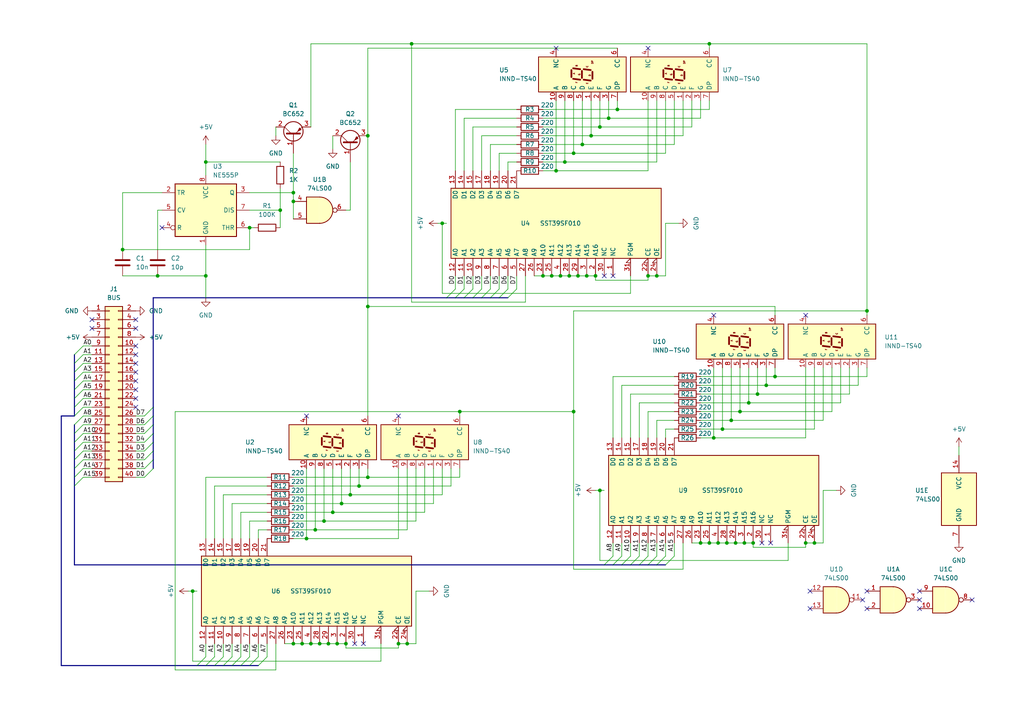
<source format=kicad_sch>
(kicad_sch (version 20211123) (generator eeschema)
  (paper "A4")
  (lib_symbols
    (symbol "74xx:74LS00" (pin_names (offset 1.016))
      (property "Reference" "U" (at 0 1.27 0))
      (property "Value" "74LS00" (at 0 -1.27 0))
      (symbol "74LS00_1_1"
        (pin input line (at -7.62 2.54 0) (length 3.81) (name "~") (number "1"))
        (pin input line (at -7.62 -2.54 0) (length 3.81) (name "~") (number "2"))
        (pin output inverted (at 7.62 0 180) (length 3.81) (name "~") (number "3"))
      )
      (symbol "74LS00_1_2"
        (pin input inverted (at -7.62 2.54 0) (length 4.318) (name "~") (number "1"))
        (pin input inverted (at -7.62 -2.54 0) (length 4.318) (name "~") (number "2"))
        (pin output line (at 7.62 0 180) (length 3.81) (name "~") (number "3"))
      )
      (symbol "74LS00_2_1"
        (pin input line (at -7.62 2.54 0) (length 3.81) (name "~") (number "4"))
        (pin input line (at -7.62 -2.54 0) (length 3.81) (name "~") (number "5"))
        (pin output inverted (at 7.62 0 180) (length 3.81) (name "~") (number "6"))
      )
      (symbol "74LS00_2_2"
        (pin input inverted (at -7.62 2.54 0) (length 4.318) (name "~") (number "4"))
        (pin input inverted (at -7.62 -2.54 0) (length 4.318) (name "~") (number "5"))
        (pin output line (at 7.62 0 180) (length 3.81) (name "~") (number "6"))
      )
      (symbol "74LS00_3_1"
        (pin input line (at -7.62 -2.54 0) (length 3.81) (name "~") (number "10"))
        (pin output inverted (at 7.62 0 180) (length 3.81) (name "~") (number "8"))
        (pin input line (at -7.62 2.54 0) (length 3.81) (name "~") (number "9"))
      )
      (symbol "74LS00_3_2"
        (pin input inverted (at -7.62 -2.54 0) (length 4.318) (name "~") (number "10"))
        (pin output line (at 7.62 0 180) (length 3.81) (name "~") (number "8"))
        (pin input inverted (at -7.62 2.54 0) (length 4.318) (name "~") (number "9"))
      )
      (symbol "74LS00_4_1"
        (pin output inverted (at 7.62 0 180) (length 3.81) (name "~") (number "11"))
        (pin input line (at -7.62 2.54 0) (length 3.81) (name "~") (number "12"))
        (pin input line (at -7.62 -2.54 0) (length 3.81) (name "~") (number "13"))
      )
      (symbol "74LS00_4_2"
        (pin output line (at 7.62 0 180) (length 3.81) (name "~") (number "11"))
        (pin input inverted (at -7.62 2.54 0) (length 4.318) (name "~") (number "12"))
        (pin input inverted (at -7.62 -2.54 0) (length 4.318) (name "~") (number "13"))
      )
      (symbol "74LS00_5_0"
        (pin power_in line (at 0 12.7 270) (length 5.08) (name "VCC") (number "14"))
        (pin power_in line (at 0 -12.7 90) (length 5.08) (name "GND") (number "7"))
      )
    )
    (symbol "Connector_Generic:Conn_02x20_Odd_Even" (pin_names (offset 1.016) hide)
      (property "Reference" "J" (at 1.27 25.4 0))
      (property "Value" "Conn_02x20_Odd_Even" (at 1.27 -27.94 0))
      (symbol "Conn_02x20_Odd_Even_1_1"
        (pin passive line (at -5.08 22.86 0) (length 3.81) (name "Pin_1") (number "1"))
        (pin passive line (at 7.62 12.7 180) (length 3.81) (name "Pin_10") (number "10"))
        (pin passive line (at -5.08 10.16 0) (length 3.81) (name "Pin_11") (number "11"))
        (pin passive line (at 7.62 10.16 180) (length 3.81) (name "Pin_12") (number "12"))
        (pin passive line (at -5.08 7.62 0) (length 3.81) (name "Pin_13") (number "13"))
        (pin passive line (at 7.62 7.62 180) (length 3.81) (name "Pin_14") (number "14"))
        (pin passive line (at -5.08 5.08 0) (length 3.81) (name "Pin_15") (number "15"))
        (pin passive line (at 7.62 5.08 180) (length 3.81) (name "Pin_16") (number "16"))
        (pin passive line (at -5.08 2.54 0) (length 3.81) (name "Pin_17") (number "17"))
        (pin passive line (at 7.62 2.54 180) (length 3.81) (name "Pin_18") (number "18"))
        (pin passive line (at -5.08 0 0) (length 3.81) (name "Pin_19") (number "19"))
        (pin passive line (at 7.62 22.86 180) (length 3.81) (name "Pin_2") (number "2"))
        (pin passive line (at 7.62 0 180) (length 3.81) (name "Pin_20") (number "20"))
        (pin passive line (at -5.08 -2.54 0) (length 3.81) (name "Pin_21") (number "21"))
        (pin passive line (at 7.62 -2.54 180) (length 3.81) (name "Pin_22") (number "22"))
        (pin passive line (at -5.08 -5.08 0) (length 3.81) (name "Pin_23") (number "23"))
        (pin passive line (at 7.62 -5.08 180) (length 3.81) (name "Pin_24") (number "24"))
        (pin passive line (at -5.08 -7.62 0) (length 3.81) (name "Pin_25") (number "25"))
        (pin passive line (at 7.62 -7.62 180) (length 3.81) (name "Pin_26") (number "26"))
        (pin passive line (at -5.08 -10.16 0) (length 3.81) (name "Pin_27") (number "27"))
        (pin passive line (at 7.62 -10.16 180) (length 3.81) (name "Pin_28") (number "28"))
        (pin passive line (at -5.08 -12.7 0) (length 3.81) (name "Pin_29") (number "29"))
        (pin passive line (at -5.08 20.32 0) (length 3.81) (name "Pin_3") (number "3"))
        (pin passive line (at 7.62 -12.7 180) (length 3.81) (name "Pin_30") (number "30"))
        (pin passive line (at -5.08 -15.24 0) (length 3.81) (name "Pin_31") (number "31"))
        (pin passive line (at 7.62 -15.24 180) (length 3.81) (name "Pin_32") (number "32"))
        (pin passive line (at -5.08 -17.78 0) (length 3.81) (name "Pin_33") (number "33"))
        (pin passive line (at 7.62 -17.78 180) (length 3.81) (name "Pin_34") (number "34"))
        (pin passive line (at -5.08 -20.32 0) (length 3.81) (name "Pin_35") (number "35"))
        (pin passive line (at 7.62 -20.32 180) (length 3.81) (name "Pin_36") (number "36"))
        (pin passive line (at -5.08 -22.86 0) (length 3.81) (name "Pin_37") (number "37"))
        (pin passive line (at 7.62 -22.86 180) (length 3.81) (name "Pin_38") (number "38"))
        (pin passive line (at -5.08 -25.4 0) (length 3.81) (name "Pin_39") (number "39"))
        (pin passive line (at 7.62 20.32 180) (length 3.81) (name "Pin_4") (number "4"))
        (pin passive line (at 7.62 -25.4 180) (length 3.81) (name "Pin_40") (number "40"))
        (pin passive line (at -5.08 17.78 0) (length 3.81) (name "Pin_5") (number "5"))
        (pin passive line (at 7.62 17.78 180) (length 3.81) (name "Pin_6") (number "6"))
        (pin passive line (at -5.08 15.24 0) (length 3.81) (name "Pin_7") (number "7"))
        (pin passive line (at 7.62 15.24 180) (length 3.81) (name "Pin_8") (number "8"))
        (pin passive line (at -5.08 12.7 0) (length 3.81) (name "Pin_9") (number "9"))
      )
    )
    (symbol "Device:C" (pin_numbers hide) (pin_names (offset 0.254))
      (property "Reference" "C" (at 0.635 2.54 0))
      (property "Value" "C" (at 0.635 -2.54 0))
      (symbol "C_1_1"
        (pin passive line (at 0 3.81 270) (length 2.794) (name "~") (number "1"))
        (pin passive line (at 0 -3.81 90) (length 2.794) (name "~") (number "2"))
      )
    )
    (symbol "Device:Q_PNP_BCE" (pin_names (offset 0) hide)
      (property "Reference" "Q" (at 5.08 1.27 0))
      (property "Value" "Q_PNP_BCE" (at 5.08 -1.27 0))
      (symbol "Q_PNP_BCE_1_1"
        (pin input line (at -5.08 0 0) (length 5.715) (name "B") (number "1"))
        (pin passive line (at 2.54 5.08 270) (length 2.54) (name "C") (number "2"))
        (pin passive line (at 2.54 -5.08 90) (length 2.54) (name "E") (number "3"))
      )
    )
    (symbol "Device:R" (pin_numbers hide) (pin_names (offset 0))
      (property "Reference" "R" (at 2.032 0 90))
      (property "Value" "R" (at 0 0 90))
      (symbol "R_1_1"
        (pin passive line (at 0 3.81 270) (length 1.27) (name "~") (number "1"))
        (pin passive line (at 0 -3.81 90) (length 1.27) (name "~") (number "2"))
      )
    )
    (symbol "INND-TS40_1"
      (property "Reference" "U8" (at 13.97 1.2701 90))
      (property "Value" "INND-TS40" (at 13.97 -1.2699 90))
      (symbol "INND-TS40_1_1_0"
        (text "A" (at 0.254 2.413 0) (effects (font (size 0.508 0.508))))
        (text "B" (at 2.54 1.651 0) (effects (font (size 0.508 0.508))))
        (text "C" (at 2.286 -1.397 0) (effects (font (size 0.508 0.508))))
        (text "D" (at -0.254 -2.159 0) (effects (font (size 0.508 0.508))))
        (text "DP" (at 3.556 -2.921 0) (effects (font (size 0.508 0.508))))
        (text "E" (at -2.54 -1.397 0) (effects (font (size 0.508 0.508))))
        (text "F" (at -2.286 1.651 0) (effects (font (size 0.508 0.508))))
        (text "G" (at 0 0.889 0) (effects (font (size 0.508 0.508))))
      )
      (symbol "INND-TS40_1_1_1"
        (pin input line (at -7.62 -2.54 0) (length 2.54) (name "E") (number "1"))
        (pin input line (at -7.62 7.62 0) (length 2.54) (name "A") (number "10"))
        (pin input line (at -7.62 -5.08 0) (length 2.54) (name "F") (number "2"))
        (pin input line (at -7.62 -7.62 0) (length 2.54) (name "G") (number "3"))
        (pin input line (at 7.62 7.62 180) (length 2.54) (name "NC") (number "4"))
        (pin input line (at -7.62 0 0) (length 2.54) (name "D") (number "5"))
        (pin input line (at 7.62 -10.16 180) (length 2.54) (name "CC") (number "6"))
        (pin input line (at -7.62 -10.16 0) (length 2.54) (name "DP") (number "7"))
        (pin input line (at -7.62 2.54 0) (length 2.54) (name "C") (number "8"))
        (pin input line (at -7.62 5.08 0) (length 2.54) (name "B") (number "9"))
      )
    )
    (symbol "Memory_Flash:SST39SF010"
      (property "Reference" "U" (at 2.54 33.02 0))
      (property "Value" "SST39SF010" (at 0 -30.48 0))
      (symbol "SST39SF010_0_0"
        (pin power_in line (at 0 -30.48 90) (length 1.27) hide (name "GND") (number "16"))
        (pin power_in line (at 0 33.02 270) (length 1.27) hide (name "VCC") (number "32"))
      )
      (symbol "SST39SF010_1_1"
        (pin input line (at -15.24 -15.24 0) (length 5.08) (name "NC") (number "1"))
        (pin input line (at -15.24 25.4 0) (length 5.08) (name "A2") (number "10"))
        (pin input line (at -15.24 27.94 0) (length 5.08) (name "A1") (number "11"))
        (pin input line (at -15.24 30.48 0) (length 5.08) (name "A0") (number "12"))
        (pin tri_state line (at 15.24 30.48 180) (length 5.08) (name "D0") (number "13"))
        (pin tri_state line (at 15.24 27.94 180) (length 5.08) (name "D1") (number "14"))
        (pin tri_state line (at 15.24 25.4 180) (length 5.08) (name "D2") (number "15"))
        (pin tri_state line (at 15.24 22.86 180) (length 5.08) (name "D3") (number "17"))
        (pin tri_state line (at 15.24 20.32 180) (length 5.08) (name "D4") (number "18"))
        (pin tri_state line (at 15.24 17.78 180) (length 5.08) (name "D5") (number "19"))
        (pin input line (at -15.24 -10.16 0) (length 5.08) (name "A16") (number "2"))
        (pin tri_state line (at 15.24 15.24 180) (length 5.08) (name "D6") (number "20"))
        (pin tri_state line (at 15.24 12.7 180) (length 5.08) (name "D7") (number "21"))
        (pin input input_low (at -15.24 -25.4 0) (length 5.08) (name "CE") (number "22"))
        (pin input line (at -15.24 5.08 0) (length 5.08) (name "A10") (number "23"))
        (pin input input_low (at -15.24 -27.94 0) (length 5.08) (name "OE") (number "24"))
        (pin input line (at -15.24 2.54 0) (length 5.08) (name "A11") (number "25"))
        (pin input line (at -15.24 7.62 0) (length 5.08) (name "A9") (number "26"))
        (pin input line (at -15.24 10.16 0) (length 5.08) (name "A8") (number "27"))
        (pin input line (at -15.24 -2.54 0) (length 5.08) (name "A13") (number "28"))
        (pin input line (at -15.24 -5.08 0) (length 5.08) (name "A14") (number "29"))
        (pin input line (at -15.24 -7.62 0) (length 5.08) (name "A15") (number "3"))
        (pin input line (at -15.24 -12.7 0) (length 5.08) (name "NC") (number "30"))
        (pin input input_low (at -15.24 -20.32 0) (length 5.08) (name "PGM") (number "31"))
        (pin input line (at -15.24 0 0) (length 5.08) (name "A12") (number "4"))
        (pin input line (at -15.24 12.7 0) (length 5.08) (name "A7") (number "5"))
        (pin input line (at -15.24 15.24 0) (length 5.08) (name "A6") (number "6"))
        (pin input line (at -15.24 17.78 0) (length 5.08) (name "A5") (number "7"))
        (pin input line (at -15.24 20.32 0) (length 5.08) (name "A4") (number "8"))
        (pin input line (at -15.24 22.86 0) (length 5.08) (name "A3") (number "9"))
      )
    )
    (symbol "Timer:NE555P"
      (property "Reference" "U" (at -10.16 8.89 0))
      (property "Value" "NE555P" (at 2.54 8.89 0))
      (symbol "NE555P_0_0"
        (pin power_in line (at 0 -10.16 90) (length 2.54) (name "GND") (number "1"))
        (pin power_in line (at 0 10.16 270) (length 2.54) (name "VCC") (number "8"))
      )
      (symbol "NE555P_1_1"
        (pin input line (at -12.7 5.08 0) (length 3.81) (name "TR") (number "2"))
        (pin output line (at 12.7 5.08 180) (length 3.81) (name "Q") (number "3"))
        (pin input inverted (at -12.7 -5.08 0) (length 3.81) (name "R") (number "4"))
        (pin input line (at -12.7 0 0) (length 3.81) (name "CV") (number "5"))
        (pin input line (at 12.7 -5.08 180) (length 3.81) (name "THR") (number "6"))
        (pin input line (at 12.7 0 180) (length 3.81) (name "DIS") (number "7"))
      )
    )
    (symbol "power:+5V" (power) (pin_names (offset 0))
      (property "Value" "+5V" (at 0 3.556 0))
      (symbol "+5V_1_1"
        (pin power_in line (at 0 0 90) (length 0) hide (name "+5V") (number "1"))
      )
    )
    (symbol "power:GND" (power) (pin_names (offset 0))
      (property "Value" "GND" (at 0 -3.81 0))
      (symbol "GND_1_1"
        (pin power_in line (at 0 0 270) (length 0) hide (name "GND") (number "1"))
      )
    )
  )
  (junction (at 104.14 140.97))
  (junction (at 173.99 142.24))
  (junction (at 133.35 119.38))
  (junction (at 35.56 72.39))
  (junction (at 106.68 39.37))
  (junction (at 209.55 124.46))
  (junction (at 59.69 46.99))
  (junction (at 85.09 186.69))
  (junction (at 162.56 80.01))
  (junction (at 219.71 114.3))
  (junction (at 106.68 88.9))
  (junction (at 205.74 157.48))
  (junction (at 210.82 157.48))
  (junction (at 165.1 80.01))
  (junction (at 170.18 80.01))
  (junction (at 215.9 157.48))
  (junction (at 93.98 151.13))
  (junction (at 97.79 186.69))
  (junction (at 166.37 119.38))
  (junction (at 85.09 55.88))
  (junction (at 85.09 58.42))
  (junction (at 214.63 119.38))
  (junction (at 81.28 60.96))
  (junction (at 173.99 36.83))
  (junction (at 88.9 156.21))
  (junction (at 233.68 157.48))
  (junction (at 92.71 186.69))
  (junction (at 218.44 157.48))
  (junction (at 59.69 80.01))
  (junction (at 212.09 121.92))
  (junction (at 251.46 90.17))
  (junction (at 161.29 49.53))
  (junction (at 179.07 31.75))
  (junction (at 176.53 34.29))
  (junction (at 205.74 12.7))
  (junction (at 224.79 109.22))
  (junction (at 95.25 186.69))
  (junction (at 160.02 80.01))
  (junction (at 128.27 64.77))
  (junction (at 187.96 80.01))
  (junction (at 213.36 157.48))
  (junction (at 55.88 171.45))
  (junction (at 163.83 46.99))
  (junction (at 157.48 80.01))
  (junction (at 119.38 12.7))
  (junction (at 118.11 186.69))
  (junction (at 208.28 157.48))
  (junction (at 190.5 80.01))
  (junction (at 168.91 41.91))
  (junction (at 106.68 138.43))
  (junction (at 87.63 186.69))
  (junction (at 101.6 143.51))
  (junction (at 100.33 186.69))
  (junction (at 207.01 127))
  (junction (at 172.72 80.01))
  (junction (at 91.44 153.67))
  (junction (at 166.37 44.45))
  (junction (at 115.57 186.69))
  (junction (at 203.2 157.48))
  (junction (at 90.17 186.69))
  (junction (at 222.25 111.76))
  (junction (at 72.39 66.04))
  (junction (at 236.22 157.48))
  (junction (at 96.52 148.59))
  (junction (at 217.17 116.84))
  (junction (at 99.06 146.05))
  (junction (at 167.64 80.01))
  (junction (at 171.45 39.37))
  (junction (at 45.72 80.01))
  (no_connect (at 105.41 186.69))
  (no_connect (at 175.26 80.01))
  (no_connect (at 177.8 80.01))
  (no_connect (at 220.98 157.48))
  (no_connect (at 39.37 100.33))
  (no_connect (at 39.37 113.03))
  (no_connect (at 26.67 95.25))
  (no_connect (at 26.67 92.71))
  (no_connect (at 39.37 92.71))
  (no_connect (at 39.37 95.25))
  (no_connect (at 39.37 102.87))
  (no_connect (at 39.37 105.41))
  (no_connect (at 39.37 107.95))
  (no_connect (at 39.37 110.49))
  (no_connect (at 39.37 118.11))
  (no_connect (at 39.37 115.57))
  (no_connect (at 251.46 171.45))
  (no_connect (at 251.46 176.53))
  (no_connect (at 266.7 173.99))
  (no_connect (at 207.01 91.44))
  (no_connect (at 88.9 120.65))
  (no_connect (at 115.57 120.65))
  (no_connect (at 234.95 171.45))
  (no_connect (at 234.95 176.53))
  (no_connect (at 266.7 176.53))
  (no_connect (at 266.7 171.45))
  (no_connect (at 102.87 186.69))
  (no_connect (at 223.52 157.48))
  (no_connect (at 46.99 66.04))
  (no_connect (at 187.96 13.97))
  (no_connect (at 161.29 13.97))
  (no_connect (at 250.19 173.99))
  (no_connect (at 281.94 173.99))
  (no_connect (at 233.68 91.44))
  (bus_entry (at 137.16 86.36) (size 2.54 -2.54))
  (bus_entry (at 134.62 86.36) (size 2.54 -2.54))
  (bus_entry (at 129.54 86.36) (size 2.54 -2.54))
  (bus_entry (at 132.08 86.36) (size 2.54 -2.54))
  (bus_entry (at 142.24 86.36) (size 2.54 -2.54))
  (bus_entry (at 139.7 86.36) (size 2.54 -2.54))
  (bus_entry (at 187.96 163.83) (size 2.54 -2.54))
  (bus_entry (at 193.04 163.83) (size 2.54 -2.54))
  (bus_entry (at 72.39 193.04) (size 2.54 -2.54))
  (bus_entry (at 64.77 193.04) (size 2.54 -2.54))
  (bus_entry (at 182.88 163.83) (size 2.54 -2.54))
  (bus_entry (at 21.59 115.57) (size 2.54 -2.54))
  (bus_entry (at 21.59 118.11) (size 2.54 -2.54))
  (bus_entry (at 21.59 120.65) (size 2.54 -2.54))
  (bus_entry (at 21.59 113.03) (size 2.54 -2.54))
  (bus_entry (at 21.59 133.35) (size 2.54 -2.54))
  (bus_entry (at 21.59 130.81) (size 2.54 -2.54))
  (bus_entry (at 21.59 135.89) (size 2.54 -2.54))
  (bus_entry (at 21.59 138.43) (size 2.54 -2.54))
  (bus_entry (at 21.59 123.19) (size 2.54 -2.54))
  (bus_entry (at 21.59 128.27) (size 2.54 -2.54))
  (bus_entry (at 21.59 125.73) (size 2.54 -2.54))
  (bus_entry (at 21.59 102.87) (size 2.54 -2.54))
  (bus_entry (at 21.59 105.41) (size 2.54 -2.54))
  (bus_entry (at 21.59 110.49) (size 2.54 -2.54))
  (bus_entry (at 21.59 107.95) (size 2.54 -2.54))
  (bus_entry (at 41.91 138.43) (size 2.54 -2.54))
  (bus_entry (at 41.91 135.89) (size 2.54 -2.54))
  (bus_entry (at 41.91 123.19) (size 2.54 -2.54))
  (bus_entry (at 41.91 128.27) (size 2.54 -2.54))
  (bus_entry (at 41.91 125.73) (size 2.54 -2.54))
  (bus_entry (at 21.59 140.97) (size 2.54 -2.54))
  (bus_entry (at 41.91 133.35) (size 2.54 -2.54))
  (bus_entry (at 41.91 130.81) (size 2.54 -2.54))
  (bus_entry (at 41.91 120.65) (size 2.54 -2.54))
  (bus_entry (at 177.8 163.83) (size 2.54 -2.54))
  (bus_entry (at 190.5 163.83) (size 2.54 -2.54))
  (bus_entry (at 175.26 163.83) (size 2.54 -2.54))
  (bus_entry (at 59.69 193.04) (size 2.54 -2.54))
  (bus_entry (at 57.15 193.04) (size 2.54 -2.54))
  (bus_entry (at 180.34 163.83) (size 2.54 -2.54))
  (bus_entry (at 74.93 193.04) (size 2.54 -2.54))
  (bus_entry (at 62.23 193.04) (size 2.54 -2.54))
  (bus_entry (at 67.31 193.04) (size 2.54 -2.54))
  (bus_entry (at 185.42 163.83) (size 2.54 -2.54))
  (bus_entry (at 69.85 193.04) (size 2.54 -2.54))
  (bus_entry (at 144.78 86.36) (size 2.54 -2.54))
  (bus_entry (at 147.32 86.36) (size 2.54 -2.54))
  (wire (pts (xy 157.48 49.53) (xy 161.29 49.53)))
  (wire (pts (xy 175.26 142.24) (xy 173.99 142.24)))
  (wire (pts (xy 217.17 116.84) (xy 203.2 116.84)))
  (wire (pts (xy 193.04 80.01) (xy 190.5 80.01)))
  (wire (pts (xy 251.46 90.17) (xy 251.46 91.44)))
  (wire (pts (xy 115.57 186.69) (xy 118.11 186.69)))
  (wire (pts (xy 149.86 39.37) (xy 139.7 39.37)))
  (wire (pts (xy 149.86 80.01) (xy 149.86 83.82)))
  (bus (pts (xy 21.59 113.03) (xy 21.59 115.57)))
  (wire (pts (xy 110.49 186.69) (xy 110.49 191.77)))
  (wire (pts (xy 85.09 151.13) (xy 93.98 151.13)))
  (wire (pts (xy 59.69 80.01) (xy 45.72 80.01)))
  (wire (pts (xy 59.69 71.12) (xy 59.69 80.01)))
  (wire (pts (xy 246.38 114.3) (xy 219.71 114.3)))
  (wire (pts (xy 241.3 119.38) (xy 214.63 119.38)))
  (bus (pts (xy 129.54 86.36) (xy 44.45 86.36)))
  (bus (pts (xy 21.59 138.43) (xy 21.59 140.97)))
  (wire (pts (xy 57.15 171.45) (xy 55.88 171.45)))
  (wire (pts (xy 246.38 106.68) (xy 246.38 114.3)))
  (bus (pts (xy 72.39 193.04) (xy 74.93 193.04)))
  (wire (pts (xy 99.06 146.05) (xy 85.09 146.05)))
  (wire (pts (xy 238.76 142.24) (xy 238.76 157.48)))
  (wire (pts (xy 55.88 191.77) (xy 55.88 171.45)))
  (wire (pts (xy 195.58 114.3) (xy 182.88 114.3)))
  (wire (pts (xy 144.78 80.01) (xy 144.78 83.82)))
  (bus (pts (xy 144.78 86.36) (xy 147.32 86.36)))
  (wire (pts (xy 187.96 80.01) (xy 190.5 80.01)))
  (wire (pts (xy 93.98 151.13) (xy 93.98 135.89)))
  (wire (pts (xy 115.57 186.69) (xy 115.57 187.96)))
  (bus (pts (xy 21.59 125.73) (xy 21.59 128.27)))
  (wire (pts (xy 200.66 157.48) (xy 203.2 157.48)))
  (wire (pts (xy 195.58 29.21) (xy 195.58 41.91)))
  (wire (pts (xy 195.58 124.46) (xy 193.04 124.46)))
  (wire (pts (xy 200.66 36.83) (xy 173.99 36.83)))
  (wire (pts (xy 198.12 39.37) (xy 171.45 39.37)))
  (wire (pts (xy 134.62 34.29) (xy 134.62 49.53)))
  (wire (pts (xy 251.46 106.68) (xy 251.46 109.22)))
  (wire (pts (xy 173.99 142.24) (xy 172.72 142.24)))
  (wire (pts (xy 130.81 135.89) (xy 130.81 140.97)))
  (wire (pts (xy 74.93 153.67) (xy 74.93 156.21)))
  (wire (pts (xy 67.31 186.69) (xy 67.31 190.5)))
  (wire (pts (xy 203.2 34.29) (xy 176.53 34.29)))
  (wire (pts (xy 80.01 194.31) (xy 50.8 194.31)))
  (wire (pts (xy 198.12 165.1) (xy 166.37 165.1)))
  (wire (pts (xy 157.48 31.75) (xy 179.07 31.75)))
  (wire (pts (xy 24.13 115.57) (xy 26.67 115.57)))
  (bus (pts (xy 187.96 163.83) (xy 190.5 163.83)))
  (wire (pts (xy 187.96 119.38) (xy 187.96 127)))
  (wire (pts (xy 55.88 171.45) (xy 54.61 171.45)))
  (wire (pts (xy 203.2 29.21) (xy 203.2 34.29)))
  (wire (pts (xy 133.35 119.38) (xy 166.37 119.38)))
  (wire (pts (xy 149.86 34.29) (xy 134.62 34.29)))
  (wire (pts (xy 125.73 135.89) (xy 125.73 146.05)))
  (bus (pts (xy 180.34 163.83) (xy 182.88 163.83)))
  (wire (pts (xy 241.3 106.68) (xy 241.3 119.38)))
  (wire (pts (xy 180.34 157.48) (xy 180.34 161.29)))
  (wire (pts (xy 85.09 186.69) (xy 87.63 186.69)))
  (wire (pts (xy 88.9 156.21) (xy 88.9 135.89)))
  (wire (pts (xy 82.55 186.69) (xy 85.09 186.69)))
  (bus (pts (xy 44.45 118.11) (xy 44.45 120.65)))
  (wire (pts (xy 24.13 107.95) (xy 26.67 107.95)))
  (wire (pts (xy 106.68 135.89) (xy 106.68 138.43)))
  (wire (pts (xy 190.5 121.92) (xy 190.5 127)))
  (wire (pts (xy 119.38 12.7) (xy 119.38 87.63)))
  (wire (pts (xy 224.79 88.9) (xy 224.79 91.44)))
  (wire (pts (xy 72.39 55.88) (xy 85.09 55.88)))
  (wire (pts (xy 152.4 87.63) (xy 119.38 87.63)))
  (wire (pts (xy 157.48 36.83) (xy 173.99 36.83)))
  (wire (pts (xy 203.2 109.22) (xy 224.79 109.22)))
  (bus (pts (xy 64.77 193.04) (xy 67.31 193.04)))
  (wire (pts (xy 238.76 121.92) (xy 212.09 121.92)))
  (wire (pts (xy 39.37 130.81) (xy 41.91 130.81)))
  (bus (pts (xy 44.45 130.81) (xy 44.45 133.35)))
  (wire (pts (xy 149.86 31.75) (xy 132.08 31.75)))
  (wire (pts (xy 80.01 36.83) (xy 80.01 39.37)))
  (wire (pts (xy 187.96 29.21) (xy 187.96 49.53)))
  (wire (pts (xy 124.46 171.45) (xy 120.65 171.45)))
  (wire (pts (xy 95.25 186.69) (xy 97.79 186.69)))
  (wire (pts (xy 187.96 157.48) (xy 187.96 161.29)))
  (wire (pts (xy 133.35 119.38) (xy 133.35 120.65)))
  (wire (pts (xy 203.2 121.92) (xy 212.09 121.92)))
  (wire (pts (xy 96.52 39.37) (xy 96.52 43.18)))
  (wire (pts (xy 149.86 41.91) (xy 142.24 41.91)))
  (wire (pts (xy 24.13 135.89) (xy 26.67 135.89)))
  (wire (pts (xy 203.2 119.38) (xy 214.63 119.38)))
  (wire (pts (xy 176.53 34.29) (xy 157.48 34.29)))
  (wire (pts (xy 59.69 41.91) (xy 59.69 46.99)))
  (wire (pts (xy 233.68 157.48) (xy 236.22 157.48)))
  (wire (pts (xy 172.72 81.28) (xy 172.72 80.01)))
  (bus (pts (xy 21.59 115.57) (xy 21.59 118.11)))
  (bus (pts (xy 17.78 120.65) (xy 17.78 193.04)))
  (wire (pts (xy 72.39 60.96) (xy 81.28 60.96)))
  (wire (pts (xy 157.48 41.91) (xy 168.91 41.91)))
  (wire (pts (xy 195.58 119.38) (xy 187.96 119.38)))
  (wire (pts (xy 205.74 29.21) (xy 205.74 31.75)))
  (wire (pts (xy 128.27 85.09) (xy 128.27 64.77)))
  (wire (pts (xy 106.68 39.37) (xy 106.68 88.9)))
  (wire (pts (xy 106.68 88.9) (xy 224.79 88.9)))
  (bus (pts (xy 177.8 163.83) (xy 180.34 163.83)))
  (wire (pts (xy 106.68 13.97) (xy 179.07 13.97)))
  (wire (pts (xy 242.57 142.24) (xy 238.76 142.24)))
  (wire (pts (xy 167.64 80.01) (xy 170.18 80.01)))
  (wire (pts (xy 46.99 60.96) (xy 45.72 60.96)))
  (wire (pts (xy 205.74 157.48) (xy 208.28 157.48)))
  (wire (pts (xy 91.44 135.89) (xy 91.44 153.67)))
  (wire (pts (xy 205.74 31.75) (xy 179.07 31.75)))
  (wire (pts (xy 128.27 143.51) (xy 101.6 143.51)))
  (wire (pts (xy 115.57 187.96) (xy 100.33 187.96)))
  (bus (pts (xy 57.15 193.04) (xy 59.69 193.04)))
  (wire (pts (xy 217.17 106.68) (xy 217.17 116.84)))
  (wire (pts (xy 207.01 127) (xy 207.01 106.68)))
  (wire (pts (xy 24.13 113.03) (xy 26.67 113.03)))
  (wire (pts (xy 193.04 124.46) (xy 193.04 127)))
  (wire (pts (xy 101.6 46.99) (xy 101.6 60.96)))
  (wire (pts (xy 190.5 46.99) (xy 163.83 46.99)))
  (wire (pts (xy 80.01 186.69) (xy 80.01 194.31)))
  (bus (pts (xy 21.59 163.83) (xy 175.26 163.83)))
  (wire (pts (xy 45.72 60.96) (xy 45.72 72.39)))
  (wire (pts (xy 24.13 105.41) (xy 26.67 105.41)))
  (wire (pts (xy 154.94 80.01) (xy 157.48 80.01)))
  (wire (pts (xy 87.63 186.69) (xy 90.17 186.69)))
  (wire (pts (xy 144.78 44.45) (xy 144.78 49.53)))
  (bus (pts (xy 44.45 120.65) (xy 44.45 123.19)))
  (wire (pts (xy 228.6 162.56) (xy 173.99 162.56)))
  (wire (pts (xy 99.06 135.89) (xy 99.06 146.05)))
  (wire (pts (xy 185.42 157.48) (xy 185.42 161.29)))
  (wire (pts (xy 120.65 186.69) (xy 118.11 186.69)))
  (wire (pts (xy 24.13 100.33) (xy 26.67 100.33)))
  (wire (pts (xy 187.96 80.01) (xy 187.96 81.28)))
  (wire (pts (xy 81.28 66.04) (xy 81.28 60.96)))
  (wire (pts (xy 50.8 119.38) (xy 133.35 119.38)))
  (wire (pts (xy 203.2 127) (xy 207.01 127)))
  (wire (pts (xy 96.52 148.59) (xy 96.52 135.89)))
  (wire (pts (xy 101.6 143.51) (xy 101.6 135.89)))
  (wire (pts (xy 120.65 151.13) (xy 93.98 151.13)))
  (wire (pts (xy 77.47 143.51) (xy 64.77 143.51)))
  (wire (pts (xy 195.58 111.76) (xy 180.34 111.76)))
  (wire (pts (xy 149.86 46.99) (xy 147.32 46.99)))
  (bus (pts (xy 21.59 102.87) (xy 21.59 105.41)))
  (wire (pts (xy 35.56 72.39) (xy 72.39 72.39)))
  (wire (pts (xy 213.36 157.48) (xy 215.9 157.48)))
  (wire (pts (xy 69.85 186.69) (xy 69.85 190.5)))
  (wire (pts (xy 90.17 186.69) (xy 92.71 186.69)))
  (wire (pts (xy 97.79 186.69) (xy 100.33 186.69)))
  (wire (pts (xy 203.2 157.48) (xy 205.74 157.48)))
  (wire (pts (xy 182.88 80.01) (xy 182.88 85.09)))
  (wire (pts (xy 130.81 140.97) (xy 104.14 140.97)))
  (wire (pts (xy 123.19 148.59) (xy 96.52 148.59)))
  (bus (pts (xy 142.24 86.36) (xy 144.78 86.36)))
  (wire (pts (xy 173.99 36.83) (xy 173.99 29.21)))
  (wire (pts (xy 64.77 186.69) (xy 64.77 190.5)))
  (wire (pts (xy 110.49 191.77) (xy 55.88 191.77)))
  (wire (pts (xy 39.37 133.35) (xy 41.91 133.35)))
  (wire (pts (xy 195.58 41.91) (xy 168.91 41.91)))
  (wire (pts (xy 218.44 158.75) (xy 218.44 157.48)))
  (wire (pts (xy 149.86 44.45) (xy 144.78 44.45)))
  (wire (pts (xy 77.47 148.59) (xy 69.85 148.59)))
  (wire (pts (xy 248.92 106.68) (xy 248.92 111.76)))
  (wire (pts (xy 190.5 29.21) (xy 190.5 46.99)))
  (wire (pts (xy 106.68 13.97) (xy 106.68 39.37)))
  (wire (pts (xy 215.9 157.48) (xy 218.44 157.48)))
  (wire (pts (xy 166.37 90.17) (xy 251.46 90.17)))
  (wire (pts (xy 120.65 171.45) (xy 120.65 186.69)))
  (wire (pts (xy 39.37 138.43) (xy 41.91 138.43)))
  (bus (pts (xy 17.78 193.04) (xy 57.15 193.04)))
  (wire (pts (xy 219.71 114.3) (xy 219.71 106.68)))
  (bus (pts (xy 21.59 130.81) (xy 21.59 133.35)))
  (wire (pts (xy 101.6 60.96) (xy 100.33 60.96)))
  (bus (pts (xy 69.85 193.04) (xy 72.39 193.04)))
  (wire (pts (xy 39.37 135.89) (xy 41.91 135.89)))
  (wire (pts (xy 24.13 110.49) (xy 26.67 110.49)))
  (wire (pts (xy 85.09 148.59) (xy 96.52 148.59)))
  (wire (pts (xy 222.25 111.76) (xy 203.2 111.76)))
  (wire (pts (xy 233.68 157.48) (xy 233.68 158.75)))
  (wire (pts (xy 187.96 49.53) (xy 161.29 49.53)))
  (wire (pts (xy 233.68 127) (xy 207.01 127)))
  (wire (pts (xy 243.84 106.68) (xy 243.84 116.84)))
  (wire (pts (xy 24.13 102.87) (xy 26.67 102.87)))
  (wire (pts (xy 24.13 133.35) (xy 26.67 133.35)))
  (wire (pts (xy 142.24 41.91) (xy 142.24 49.53)))
  (bus (pts (xy 67.31 193.04) (xy 69.85 193.04)))
  (wire (pts (xy 228.6 157.48) (xy 228.6 162.56)))
  (wire (pts (xy 165.1 80.01) (xy 167.64 80.01)))
  (bus (pts (xy 21.59 140.97) (xy 21.59 163.83)))
  (bus (pts (xy 21.59 107.95) (xy 21.59 110.49)))
  (wire (pts (xy 91.44 153.67) (xy 85.09 153.67)))
  (wire (pts (xy 104.14 140.97) (xy 85.09 140.97)))
  (wire (pts (xy 62.23 186.69) (xy 62.23 190.5)))
  (wire (pts (xy 163.83 29.21) (xy 163.83 46.99)))
  (bus (pts (xy 59.69 193.04) (xy 62.23 193.04)))
  (wire (pts (xy 182.88 114.3) (xy 182.88 127)))
  (wire (pts (xy 77.47 146.05) (xy 67.31 146.05)))
  (wire (pts (xy 77.47 138.43) (xy 59.69 138.43)))
  (wire (pts (xy 77.47 151.13) (xy 72.39 151.13)))
  (wire (pts (xy 115.57 135.89) (xy 115.57 156.21)))
  (wire (pts (xy 137.16 80.01) (xy 137.16 83.82)))
  (wire (pts (xy 85.09 143.51) (xy 101.6 143.51)))
  (wire (pts (xy 118.11 135.89) (xy 118.11 153.67)))
  (wire (pts (xy 85.09 156.21) (xy 88.9 156.21)))
  (wire (pts (xy 24.13 128.27) (xy 26.67 128.27)))
  (wire (pts (xy 198.12 157.48) (xy 198.12 165.1)))
  (wire (pts (xy 128.27 64.77) (xy 127 64.77)))
  (wire (pts (xy 198.12 29.21) (xy 198.12 39.37)))
  (wire (pts (xy 233.68 158.75) (xy 218.44 158.75)))
  (wire (pts (xy 193.04 157.48) (xy 193.04 161.29)))
  (bus (pts (xy 21.59 135.89) (xy 21.59 138.43)))
  (wire (pts (xy 203.2 114.3) (xy 219.71 114.3)))
  (wire (pts (xy 59.69 138.43) (xy 59.69 156.21)))
  (wire (pts (xy 190.5 157.48) (xy 190.5 161.29)))
  (wire (pts (xy 243.84 116.84) (xy 217.17 116.84)))
  (bus (pts (xy 44.45 125.73) (xy 44.45 128.27)))
  (wire (pts (xy 236.22 106.68) (xy 236.22 124.46)))
  (wire (pts (xy 171.45 29.21) (xy 171.45 39.37)))
  (wire (pts (xy 142.24 80.01) (xy 142.24 83.82)))
  (wire (pts (xy 238.76 106.68) (xy 238.76 121.92)))
  (wire (pts (xy 222.25 106.68) (xy 222.25 111.76)))
  (wire (pts (xy 157.48 44.45) (xy 166.37 44.45)))
  (wire (pts (xy 128.27 135.89) (xy 128.27 143.51)))
  (wire (pts (xy 161.29 49.53) (xy 161.29 29.21)))
  (wire (pts (xy 100.33 187.96) (xy 100.33 186.69)))
  (wire (pts (xy 187.96 81.28) (xy 172.72 81.28)))
  (wire (pts (xy 85.09 44.45) (xy 85.09 55.88)))
  (wire (pts (xy 92.71 186.69) (xy 95.25 186.69)))
  (bus (pts (xy 21.59 123.19) (xy 21.59 125.73)))
  (bus (pts (xy 139.7 86.36) (xy 142.24 86.36)))
  (wire (pts (xy 182.88 157.48) (xy 182.88 161.29)))
  (wire (pts (xy 139.7 80.01) (xy 139.7 83.82)))
  (wire (pts (xy 196.85 64.77) (xy 193.04 64.77)))
  (bus (pts (xy 44.45 128.27) (xy 44.45 130.81)))
  (wire (pts (xy 193.04 64.77) (xy 193.04 80.01)))
  (wire (pts (xy 193.04 29.21) (xy 193.04 44.45)))
  (wire (pts (xy 129.54 64.77) (xy 128.27 64.77)))
  (wire (pts (xy 85.09 55.88) (xy 85.09 58.42)))
  (wire (pts (xy 59.69 46.99) (xy 81.28 46.99)))
  (wire (pts (xy 170.18 80.01) (xy 172.72 80.01)))
  (wire (pts (xy 214.63 119.38) (xy 214.63 106.68)))
  (wire (pts (xy 24.13 125.73) (xy 26.67 125.73)))
  (wire (pts (xy 251.46 109.22) (xy 224.79 109.22)))
  (wire (pts (xy 209.55 124.46) (xy 203.2 124.46)))
  (wire (pts (xy 77.47 186.69) (xy 77.47 190.5)))
  (bus (pts (xy 175.26 163.83) (xy 177.8 163.83)))
  (wire (pts (xy 149.86 36.83) (xy 137.16 36.83)))
  (wire (pts (xy 173.99 162.56) (xy 173.99 142.24)))
  (bus (pts (xy 44.45 133.35) (xy 44.45 135.89)))
  (wire (pts (xy 233.68 106.68) (xy 233.68 127)))
  (wire (pts (xy 119.38 12.7) (xy 205.74 12.7)))
  (wire (pts (xy 137.16 36.83) (xy 137.16 49.53)))
  (bus (pts (xy 132.08 86.36) (xy 134.62 86.36)))
  (wire (pts (xy 118.11 153.67) (xy 91.44 153.67)))
  (wire (pts (xy 72.39 186.69) (xy 72.39 190.5)))
  (wire (pts (xy 35.56 55.88) (xy 35.56 72.39)))
  (wire (pts (xy 81.28 54.61) (xy 81.28 60.96)))
  (wire (pts (xy 171.45 39.37) (xy 157.48 39.37)))
  (wire (pts (xy 24.13 118.11) (xy 26.67 118.11)))
  (wire (pts (xy 72.39 66.04) (xy 73.66 66.04)))
  (wire (pts (xy 195.58 109.22) (xy 177.8 109.22)))
  (wire (pts (xy 208.28 157.48) (xy 210.82 157.48)))
  (wire (pts (xy 90.17 12.7) (xy 119.38 12.7)))
  (wire (pts (xy 210.82 157.48) (xy 213.36 157.48)))
  (bus (pts (xy 129.54 86.36) (xy 132.08 86.36)))
  (wire (pts (xy 139.7 39.37) (xy 139.7 49.53)))
  (wire (pts (xy 125.73 146.05) (xy 99.06 146.05)))
  (wire (pts (xy 163.83 46.99) (xy 157.48 46.99)))
  (wire (pts (xy 238.76 157.48) (xy 236.22 157.48)))
  (wire (pts (xy 59.69 186.69) (xy 59.69 190.5)))
  (bus (pts (xy 21.59 105.41) (xy 21.59 107.95)))
  (wire (pts (xy 50.8 119.38) (xy 50.8 194.31)))
  (bus (pts (xy 185.42 163.83) (xy 187.96 163.83)))
  (wire (pts (xy 24.13 138.43) (xy 26.67 138.43)))
  (wire (pts (xy 236.22 124.46) (xy 209.55 124.46)))
  (wire (pts (xy 62.23 140.97) (xy 62.23 156.21)))
  (bus (pts (xy 190.5 163.83) (xy 193.04 163.83)))
  (wire (pts (xy 69.85 148.59) (xy 69.85 156.21)))
  (wire (pts (xy 39.37 128.27) (xy 41.91 128.27)))
  (wire (pts (xy 39.37 120.65) (xy 41.91 120.65)))
  (wire (pts (xy 85.09 58.42) (xy 85.09 63.5)))
  (bus (pts (xy 21.59 120.65) (xy 17.78 120.65)))
  (wire (pts (xy 104.14 135.89) (xy 104.14 140.97)))
  (wire (pts (xy 179.07 29.21) (xy 179.07 31.75)))
  (wire (pts (xy 209.55 106.68) (xy 209.55 124.46)))
  (wire (pts (xy 195.58 121.92) (xy 190.5 121.92)))
  (wire (pts (xy 134.62 80.01) (xy 134.62 83.82)))
  (bus (pts (xy 134.62 86.36) (xy 137.16 86.36)))
  (wire (pts (xy 67.31 146.05) (xy 67.31 156.21)))
  (wire (pts (xy 106.68 120.65) (xy 106.68 88.9)))
  (wire (pts (xy 200.66 29.21) (xy 200.66 36.83)))
  (wire (pts (xy 193.04 44.45) (xy 166.37 44.45)))
  (bus (pts (xy 182.88 163.83) (xy 185.42 163.83)))
  (wire (pts (xy 59.69 46.99) (xy 59.69 50.8)))
  (wire (pts (xy 176.53 29.21) (xy 176.53 34.29)))
  (wire (pts (xy 177.8 157.48) (xy 177.8 161.29)))
  (wire (pts (xy 64.77 143.51) (xy 64.77 156.21)))
  (wire (pts (xy 157.48 80.01) (xy 160.02 80.01)))
  (wire (pts (xy 248.92 111.76) (xy 222.25 111.76)))
  (wire (pts (xy 185.42 116.84) (xy 185.42 127)))
  (bus (pts (xy 44.45 86.36) (xy 44.45 118.11)))
  (wire (pts (xy 35.56 80.01) (xy 45.72 80.01)))
  (wire (pts (xy 195.58 116.84) (xy 185.42 116.84)))
  (wire (pts (xy 39.37 125.73) (xy 41.91 125.73)))
  (wire (pts (xy 24.13 123.19) (xy 26.67 123.19)))
  (wire (pts (xy 59.69 80.01) (xy 59.69 86.36)))
  (wire (pts (xy 133.35 135.89) (xy 133.35 138.43)))
  (wire (pts (xy 168.91 41.91) (xy 168.91 29.21)))
  (wire (pts (xy 166.37 44.45) (xy 166.37 29.21)))
  (wire (pts (xy 224.79 106.68) (xy 224.79 109.22)))
  (wire (pts (xy 39.37 123.19) (xy 41.91 123.19)))
  (wire (pts (xy 166.37 119.38) (xy 166.37 90.17)))
  (wire (pts (xy 177.8 109.22) (xy 177.8 127)))
  (wire (pts (xy 205.74 12.7) (xy 251.46 12.7)))
  (wire (pts (xy 77.47 140.97) (xy 62.23 140.97)))
  (bus (pts (xy 21.59 128.27) (xy 21.59 130.81)))
  (bus (pts (xy 44.45 123.19) (xy 44.45 125.73)))
  (wire (pts (xy 160.02 80.01) (xy 162.56 80.01)))
  (wire (pts (xy 182.88 85.09) (xy 128.27 85.09)))
  (bus (pts (xy 62.23 193.04) (xy 64.77 193.04)))
  (wire (pts (xy 212.09 121.92) (xy 212.09 106.68)))
  (wire (pts (xy 90.17 12.7) (xy 90.17 36.83)))
  (bus (pts (xy 137.16 86.36) (xy 139.7 86.36)))
  (wire (pts (xy 46.99 55.88) (xy 35.56 55.88)))
  (wire (pts (xy 180.34 111.76) (xy 180.34 127)))
  (wire (pts (xy 24.13 130.81) (xy 26.67 130.81)))
  (wire (pts (xy 72.39 151.13) (xy 72.39 156.21)))
  (wire (pts (xy 132.08 31.75) (xy 132.08 49.53)))
  (wire (pts (xy 85.09 138.43) (xy 106.68 138.43)))
  (wire (pts (xy 72.39 72.39) (xy 72.39 66.04)))
  (wire (pts (xy 162.56 80.01) (xy 165.1 80.01)))
  (wire (pts (xy 123.19 135.89) (xy 123.19 148.59)))
  (wire (pts (xy 74.93 186.69) (xy 74.93 190.5)))
  (bus (pts (xy 21.59 118.11) (xy 21.59 120.65)))
  (wire (pts (xy 251.46 12.7) (xy 251.46 90.17)))
  (wire (pts (xy 147.32 46.99) (xy 147.32 49.53)))
  (wire (pts (xy 278.13 129.54) (xy 278.13 132.08)))
  (wire (pts (xy 77.47 153.67) (xy 74.93 153.67)))
  (wire (pts (xy 152.4 80.01) (xy 152.4 87.63)))
  (wire (pts (xy 133.35 138.43) (xy 106.68 138.43)))
  (wire (pts (xy 115.57 156.21) (xy 88.9 156.21)))
  (bus (pts (xy 21.59 133.35) (xy 21.59 135.89)))
  (bus (pts (xy 21.59 110.49) (xy 21.59 113.03)))
  (wire (pts (xy 205.74 12.7) (xy 205.74 13.97)))
  (wire (pts (xy 166.37 119.38) (xy 166.37 165.1)))
  (wire (pts (xy 120.65 135.89) (xy 120.65 151.13)))
  (wire (pts (xy 24.13 120.65) (xy 26.67 120.65)))
  (wire (pts (xy 147.32 80.01) (xy 147.32 83.82)))
  (wire (pts (xy 132.08 80.01) (xy 132.08 83.82)))
  (wire (pts (xy 195.58 157.48) (xy 195.58 161.29)))
  (label "A1" (at 62.23 189.23 90))
  (label "A6" (at 74.93 189.23 90))
  (label "A4" (at 69.85 189.23 90))
  (label "D6" (at 147.32 82.55 90))
  (label "A0" (at 59.69 189.23 90))
  (label "A0" (at 24.13 100.33 0))
  (label "A9" (at 180.34 160.02 90))
  (label "A8" (at 24.13 120.65 0))
  (label "D7" (at 149.86 82.55 90))
  (label "D6" (at 39.37 123.19 0))
  (label "A13" (at 190.5 160.02 90))
  (label "A1" (at 24.13 102.87 0))
  (label "A10" (at 24.13 125.73 0))
  (label "D4" (at 142.24 82.55 90))
  (label "A2" (at 64.77 189.23 90))
  (label "A7" (at 77.47 189.23 90))
  (label "A11" (at 185.42 160.02 90))
  (label "D2" (at 39.37 133.35 0))
  (label "D3" (at 139.7 82.55 90))
  (label "D5" (at 39.37 125.73 0))
  (label "A10" (at 182.88 160.02 90))
  (label "A5" (at 72.39 189.23 90))
  (label "A7" (at 24.13 118.11 0))
  (label "D2" (at 137.16 82.55 90))
  (label "A2" (at 24.13 105.41 0))
  (label "D3" (at 39.37 130.81 0))
  (label "A8" (at 177.8 160.02 90))
  (label "D0" (at 39.37 138.43 0))
  (label "A15" (at 24.13 138.43 0))
  (label "D7" (at 39.37 120.65 0))
  (label "D5" (at 144.78 82.55 90))
  (label "A3" (at 67.31 189.23 90))
  (label "A3" (at 24.13 107.95 0))
  (label "A14" (at 24.13 135.89 0))
  (label "D1" (at 39.37 135.89 0))
  (label "A4" (at 24.13 110.49 0))
  (label "A12" (at 187.96 160.02 90))
  (label "A11" (at 24.13 128.27 0))
  (label "D0" (at 132.08 82.55 90))
  (label "D1" (at 134.62 82.55 90))
  (label "A13" (at 24.13 133.35 0))
  (label "A9" (at 24.13 123.19 0))
  (label "A12" (at 24.13 130.81 0))
  (label "A5" (at 24.13 113.03 0))
  (label "A14" (at 193.04 160.02 90))
  (label "D4" (at 39.37 128.27 0))
  (label "A6" (at 24.13 115.57 0))
  (label "A15" (at 195.58 160.02 90))
  (symbol (lib_id "Device:R") (at 81.28 140.97 90) (unit 1)
    (property "Reference" "R12" (at 81.28 140.97 90))
    (property "Value" "220" (at 86.36 139.7 90))
    (property "Footprint" "Resistor_THT:R_Axial_DIN0204_L3.6mm_D1.6mm_P2.54mm_Vertical" (effects hide))
  )
  (symbol (lib_id "Device:R") (at 77.47 66.04 270) (unit 1)
    (property "Reference" "R1" (at 77.47 59.69 90))
    (property "Value" "100K" (at 77.47 62.23 90))
    (property "Footprint" "Resistor_THT:R_Axial_DIN0204_L3.6mm_D1.6mm_P2.54mm_Vertical" (effects hide))
  )
  (symbol (lib_id "Device:R") (at 199.39 111.76 90) (unit 1)
    (property "Reference" "R20" (at 199.39 111.76 90))
    (property "Value" "220" (at 204.47 110.49 90))
    (property "Footprint" "Resistor_THT:R_Axial_DIN0204_L3.6mm_D1.6mm_P2.54mm_Vertical" (effects hide))
  )
  (symbol (lib_id "power:GND") (at 124.46 171.45 90) (unit 1)
    (property "Reference" "#PWR0114" (effects hide))
    (property "Value" "GND" (at 129.54 171.45 0))
  )
  (symbol (lib_id "power:GND") (at 80.01 39.37 0) (unit 1)
    (property "Reference" "#PWR01" (effects hide))
    (property "Value" "GND" (at 80.01 44.45 0))
  )
  (symbol (lib_id "Device:R") (at 199.39 114.3 90) (unit 1)
    (property "Reference" "R21" (at 199.39 114.3 90))
    (property "Value" "220" (at 204.47 113.03 90))
    (property "Footprint" "Resistor_THT:R_Axial_DIN0204_L3.6mm_D1.6mm_P2.54mm_Vertical" (effects hide))
  )
  (symbol (lib_id "74xx:74LS00") (at 278.13 144.78 0) (unit 5)
    (property "Reference" "U1" (at 265.43 142.24 0) (effects (justify left)))
    (property "Value" "74LS00" (at 265.43 144.78 0) (effects (justify left)))
    (property "Footprint" "Package_DIP:DIP-14_W7.62mm" (effects hide))
    (property "Datasheet" "http://www.ti.com/lit/gpn/sn74ls00" (effects hide))
  )
  (symbol (lib_id "power:+5V") (at 127 64.77 90) (unit 1)
    (property "Reference" "#PWR0105" (effects hide))
    (property "Value" "+5V" (at 121.92 64.77 0))
  )
  (symbol (lib_id "74xx:74LS00") (at 259.08 173.99 0) (unit 1)
    (property "Reference" "U1" (at 259.08 165.1 0))
    (property "Value" "74LS00" (at 259.08 167.64 0))
    (property "Footprint" "Package_DIP:DIP-14_W7.62mm" (effects hide))
    (property "Datasheet" "http://www.ti.com/lit/gpn/sn74ls00" (effects hide))
  )
  (symbol (lib_id "Device:R") (at 153.67 46.99 90) (unit 1)
    (property "Reference" "R9" (at 153.67 46.99 90))
    (property "Value" "220" (at 158.75 45.72 90))
    (property "Footprint" "Resistor_THT:R_Axial_DIN0204_L3.6mm_D1.6mm_P2.54mm_Vertical" (effects hide))
  )
  (symbol (lib_id "Device:R") (at 199.39 124.46 90) (unit 1)
    (property "Reference" "R25" (at 199.39 124.46 90))
    (property "Value" "220" (at 204.47 123.19 90))
    (property "Footprint" "Resistor_THT:R_Axial_DIN0204_L3.6mm_D1.6mm_P2.54mm_Vertical" (effects hide))
  )
  (symbol (lib_id "Device:R") (at 153.67 34.29 90) (unit 1)
    (property "Reference" "R4" (at 153.67 34.29 90))
    (property "Value" "220" (at 158.75 33.02 90))
    (property "Footprint" "Resistor_THT:R_Axial_DIN0204_L3.6mm_D1.6mm_P2.54mm_Vertical" (effects hide))
  )
  (symbol (lib_id "Device:R") (at 153.67 36.83 90) (unit 1)
    (property "Reference" "R5" (at 153.67 36.83 90))
    (property "Value" "220" (at 158.75 35.56 90))
    (property "Footprint" "Resistor_THT:R_Axial_DIN0204_L3.6mm_D1.6mm_P2.54mm_Vertical" (effects hide))
  )
  (symbol (lib_id "power:GND") (at 59.69 86.36 0) (unit 1)
    (property "Reference" "#PWR0102" (effects hide))
    (property "Value" "GND" (at 59.69 91.44 0))
  )
  (symbol (lib_id "Device:R") (at 153.67 49.53 90) (unit 1)
    (property "Reference" "R10" (at 153.67 49.53 90))
    (property "Value" "220" (at 158.75 48.26 90))
    (property "Footprint" "Resistor_THT:R_Axial_DIN0204_L3.6mm_D1.6mm_P2.54mm_Vertical" (effects hide))
  )
  (symbol (lib_name "INND-TS40_1") (lib_id "New_Library:INND-TS40") (at 241.3 99.06 90) (unit 1)
    (property "Reference" "U11" (at 256.54 97.79 90) (effects (justify right)))
    (property "Value" "INND-TS40" (at 256.54 100.33 90) (effects (justify right)))
    (property "Footprint" "Library:INND-TS40" (effects hide))
  )
  (symbol (lib_id "Device:R") (at 81.28 156.21 90) (unit 1)
    (property "Reference" "R18" (at 81.28 156.21 90))
    (property "Value" "220" (at 86.36 154.94 90))
    (property "Footprint" "Resistor_THT:R_Axial_DIN0204_L3.6mm_D1.6mm_P2.54mm_Vertical" (effects hide))
  )
  (symbol (lib_id "74xx:74LS00") (at 92.71 60.96 0) (unit 2)
    (property "Reference" "U1" (at 92.71 52.07 0))
    (property "Value" "74LS00" (at 92.71 54.61 0))
    (property "Footprint" "Package_DIP:DIP-14_W7.62mm" (effects hide))
    (property "Datasheet" "http://www.ti.com/lit/gpn/sn74ls00" (effects hide))
  )
  (symbol (lib_id "power:GND") (at 26.67 90.17 270) (unit 1)
    (property "Reference" "#PWR0108" (effects hide))
    (property "Value" "GND" (at 22.86 90.1699 90) (effects (justify right)))
  )
  (symbol (lib_id "Memory_Flash:SST39SF010") (at 208.28 142.24 90) (unit 1)
    (property "Reference" "U9" (at 198.12 142.24 90))
    (property "Value" "SST39SF010" (at 209.55 142.24 90))
    (property "Footprint" "Package_DIP:DIP-32_W15.24mm" (effects hide))
    (property "Datasheet" "http://ww1.microchip.com/downloads/en/DeviceDoc/25022B.pdf" (effects hide))
  )
  (symbol (lib_name "INND-TS40_1") (lib_id "New_Library:INND-TS40") (at 96.52 128.27 90) (unit 1)
    (property "Reference" "U2" (at 71.12 128.27 90) (effects (justify right)))
    (property "Value" "INND-TS40" (at 71.12 130.81 90) (effects (justify right)))
    (property "Footprint" "Library:INND-TS40" (effects hide))
  )
  (symbol (lib_id "Device:R") (at 199.39 121.92 90) (unit 1)
    (property "Reference" "R24" (at 199.39 121.92 90))
    (property "Value" "220" (at 204.47 120.65 90))
    (property "Footprint" "Resistor_THT:R_Axial_DIN0204_L3.6mm_D1.6mm_P2.54mm_Vertical" (effects hide))
  )
  (symbol (lib_name "INND-TS40_1") (lib_id "New_Library:INND-TS40") (at 195.58 21.59 90) (unit 1)
    (property "Reference" "U7" (at 209.55 20.32 90) (effects (justify right)))
    (property "Value" "INND-TS40" (at 209.55 22.86 90) (effects (justify right)))
    (property "Footprint" "Library:INND-TS40" (effects hide))
  )
  (symbol (lib_id "Device:R") (at 199.39 127 90) (unit 1)
    (property "Reference" "R26" (at 199.39 127 90))
    (property "Value" "220" (at 204.47 125.73 90))
    (property "Footprint" "Resistor_THT:R_Axial_DIN0204_L3.6mm_D1.6mm_P2.54mm_Vertical" (effects hide))
  )
  (symbol (lib_id "Device:R") (at 153.67 39.37 90) (unit 1)
    (property "Reference" "R6" (at 153.67 39.37 90))
    (property "Value" "220" (at 158.75 38.1 90))
    (property "Footprint" "Resistor_THT:R_Axial_DIN0204_L3.6mm_D1.6mm_P2.54mm_Vertical" (effects hide))
  )
  (symbol (lib_id "Device:R") (at 199.39 119.38 90) (unit 1)
    (property "Reference" "R23" (at 199.39 119.38 90))
    (property "Value" "220" (at 204.47 118.11 90))
    (property "Footprint" "Resistor_THT:R_Axial_DIN0204_L3.6mm_D1.6mm_P2.54mm_Vertical" (effects hide))
  )
  (symbol (lib_id "74xx:74LS00") (at 274.32 173.99 0) (unit 3)
    (property "Reference" "U1" (at 274.32 165.1 0))
    (property "Value" "74LS00" (at 274.32 167.64 0))
    (property "Footprint" "Package_DIP:DIP-14_W7.62mm" (effects hide))
    (property "Datasheet" "http://www.ti.com/lit/gpn/sn74ls00" (effects hide))
  )
  (symbol (lib_id "Device:R") (at 81.28 50.8 0) (unit 1)
    (property "Reference" "R2" (at 83.82 49.5299 0) (effects (justify left)))
    (property "Value" "1K" (at 83.82 52.0699 0) (effects (justify left)))
    (property "Footprint" "Resistor_THT:R_Axial_DIN0204_L3.6mm_D1.6mm_P2.54mm_Vertical" (effects hide))
  )
  (symbol (lib_id "power:+5V") (at 26.67 97.79 90) (unit 1)
    (property "Reference" "#PWR0107" (effects hide))
    (property "Value" "+5V" (at 19.05 97.79 90) (effects (justify right)))
  )
  (symbol (lib_name "INND-TS40_1") (lib_id "New_Library:INND-TS40") (at 123.19 128.27 90) (unit 1)
    (property "Reference" "U8" (at 137.16 128.27 90) (effects (justify right)))
    (property "Value" "INND-TS40" (at 137.16 130.81 90) (effects (justify right)))
    (property "Footprint" "Library:INND-TS40" (effects hide))
  )
  (symbol (lib_name "INND-TS40_1") (lib_id "New_Library:INND-TS40") (at 168.91 21.59 90) (unit 1)
    (property "Reference" "U5" (at 144.78 20.32 90) (effects (justify right)))
    (property "Value" "INND-TS40" (at 144.78 22.86 90) (effects (justify right)))
    (property "Footprint" "Library:INND-TS40" (effects hide))
  )
  (symbol (lib_id "power:+5V") (at 59.69 41.91 0) (unit 1)
    (property "Reference" "#PWR0101" (effects hide))
    (property "Value" "+5V" (at 59.69 36.83 0))
  )
  (symbol (lib_id "power:GND") (at 196.85 64.77 90) (unit 1)
    (property "Reference" "#PWR0106" (effects hide))
    (property "Value" "GND" (at 201.93 64.77 0))
  )
  (symbol (lib_id "power:+5V") (at 39.37 97.79 270) (unit 1)
    (property "Reference" "#PWR0109" (effects hide))
    (property "Value" "+5V" (at 43.18 97.7899 90) (effects (justify left)))
  )
  (symbol (lib_id "Device:C") (at 35.56 76.2 0) (unit 1)
    (property "Reference" "C1" (at 39.37 74.9299 0) (effects (justify left)))
    (property "Value" "10n" (at 39.37 77.4699 0) (effects (justify left)))
    (property "Footprint" "Capacitor_THT:CP_Radial_Tantal_D4.5mm_P2.50mm" (effects hide))
  )
  (symbol (lib_id "power:+5V") (at 278.13 129.54 0) (unit 1)
    (property "Reference" "#PWR0103" (effects hide))
    (property "Value" "+5V" (at 278.13 124.46 0))
  )
  (symbol (lib_id "Device:Q_PNP_BCE") (at 85.09 39.37 90) (unit 1)
    (property "Reference" "Q1" (at 85.09 30.48 90))
    (property "Value" "BC652" (at 85.09 33.02 90))
  )
  (symbol (lib_id "Device:R") (at 81.28 153.67 90) (unit 1)
    (property "Reference" "R17" (at 81.28 153.67 90))
    (property "Value" "220" (at 86.36 152.4 90))
    (property "Footprint" "Resistor_THT:R_Axial_DIN0204_L3.6mm_D1.6mm_P2.54mm_Vertical" (effects hide))
  )
  (symbol (lib_id "Device:R") (at 81.28 151.13 90) (unit 1)
    (property "Reference" "R16" (at 81.28 151.13 90))
    (property "Value" "220" (at 86.36 149.86 90))
    (property "Footprint" "Resistor_THT:R_Axial_DIN0204_L3.6mm_D1.6mm_P2.54mm_Vertical" (effects hide))
  )
  (symbol (lib_id "Device:Q_PNP_BCE") (at 101.6 41.91 90) (unit 1)
    (property "Reference" "Q2" (at 101.6 33.02 90))
    (property "Value" "BC652" (at 101.6 35.56 90))
  )
  (symbol (lib_name "INND-TS40_1") (lib_id "New_Library:INND-TS40") (at 214.63 99.06 90) (unit 1)
    (property "Reference" "U10" (at 189.23 99.06 90) (effects (justify right)))
    (property "Value" "INND-TS40" (at 189.23 101.6 90) (effects (justify right)))
    (property "Footprint" "Library:INND-TS40" (effects hide))
  )
  (symbol (lib_id "power:GND") (at 278.13 157.48 0) (unit 1)
    (property "Reference" "#PWR0104" (effects hide))
    (property "Value" "GND" (at 278.13 162.56 0))
  )
  (symbol (lib_id "Device:R") (at 153.67 31.75 90) (unit 1)
    (property "Reference" "R3" (at 153.67 31.75 90))
    (property "Value" "220" (at 158.75 30.48 90))
    (property "Footprint" "Resistor_THT:R_Axial_DIN0204_L3.6mm_D1.6mm_P2.54mm_Vertical" (effects hide))
  )
  (symbol (lib_id "Device:R") (at 153.67 44.45 90) (unit 1)
    (property "Reference" "R8" (at 153.67 44.45 90))
    (property "Value" "220" (at 158.75 43.18 90))
    (property "Footprint" "Resistor_THT:R_Axial_DIN0204_L3.6mm_D1.6mm_P2.54mm_Vertical" (effects hide))
  )
  (symbol (lib_id "74xx:74LS00") (at 242.57 173.99 0) (unit 4)
    (property "Reference" "U1" (at 242.57 165.1 0))
    (property "Value" "74LS00" (at 242.57 167.64 0))
    (property "Footprint" "Package_DIP:DIP-14_W7.62mm" (effects hide))
    (property "Datasheet" "http://www.ti.com/lit/gpn/sn74ls00" (effects hide))
  )
  (symbol (lib_id "Device:R") (at 81.28 138.43 90) (unit 1)
    (property "Reference" "R11" (at 81.28 138.43 90))
    (property "Value" "220" (at 86.36 137.16 90))
    (property "Footprint" "Resistor_THT:R_Axial_DIN0204_L3.6mm_D1.6mm_P2.54mm_Vertical" (effects hide))
  )
  (symbol (lib_id "Device:R") (at 199.39 109.22 90) (unit 1)
    (property "Reference" "R19" (at 199.39 109.22 90))
    (property "Value" "220" (at 204.47 107.95 90))
    (property "Footprint" "Resistor_THT:R_Axial_DIN0204_L3.6mm_D1.6mm_P2.54mm_Vertical" (effects hide))
  )
  (symbol (lib_id "Connector_Generic:Conn_02x20_Odd_Even") (at 31.75 113.03 0) (unit 1)
    (property "Reference" "J1" (at 33.02 83.82 0))
    (property "Value" "BUS" (at 33.02 86.36 0))
    (property "Footprint" "Connector_PinHeader_2.54mm:PinHeader_2x20_P2.54mm_Vertical" (effects hide))
  )
  (symbol (lib_id "Device:C") (at 45.72 76.2 0) (unit 1)
    (property "Reference" "C2" (at 49.53 74.9299 0) (effects (justify left)))
    (property "Value" "10p" (at 49.53 77.4699 0) (effects (justify left)))
    (property "Footprint" "Capacitor_THT:CP_Radial_Tantal_D4.5mm_P2.50mm" (effects hide))
  )
  (symbol (lib_id "Device:R") (at 81.28 143.51 90) (unit 1)
    (property "Reference" "R13" (at 81.28 143.51 90))
    (property "Value" "220" (at 86.36 142.24 90))
    (property "Footprint" "Resistor_THT:R_Axial_DIN0204_L3.6mm_D1.6mm_P2.54mm_Vertical" (effects hide))
  )
  (symbol (lib_id "Device:R") (at 81.28 148.59 90) (unit 1)
    (property "Reference" "R15" (at 81.28 148.59 90))
    (property "Value" "220" (at 86.36 147.32 90))
    (property "Footprint" "Resistor_THT:R_Axial_DIN0204_L3.6mm_D1.6mm_P2.54mm_Vertical" (effects hide))
  )
  (symbol (lib_id "power:GND") (at 96.52 43.18 0) (unit 1)
    (property "Reference" "#PWR02" (effects hide))
    (property "Value" "GND" (at 96.52 48.26 0))
  )
  (symbol (lib_id "Memory_Flash:SST39SF010") (at 90.17 171.45 90) (unit 1)
    (property "Reference" "U6" (at 80.01 171.45 90))
    (property "Value" "SST39SF010" (at 90.17 171.45 90))
    (property "Footprint" "Package_DIP:DIP-32_W15.24mm" (effects hide))
    (property "Datasheet" "http://ww1.microchip.com/downloads/en/DeviceDoc/25022B.pdf" (effects hide))
  )
  (symbol (lib_id "power:GND") (at 242.57 142.24 90) (unit 1)
    (property "Reference" "#PWR0111" (effects hide))
    (property "Value" "GND" (at 247.65 142.24 0))
  )
  (symbol (lib_id "Memory_Flash:SST39SF010") (at 162.56 64.77 90) (unit 1)
    (property "Reference" "U4" (at 152.4 64.77 90))
    (property "Value" "SST39SF010" (at 162.56 64.77 90))
    (property "Footprint" "Package_DIP:DIP-32_W15.24mm" (effects hide))
    (property "Datasheet" "http://ww1.microchip.com/downloads/en/DeviceDoc/25022B.pdf" (effects hide))
  )
  (symbol (lib_id "Device:R") (at 153.67 41.91 90) (unit 1)
    (property "Reference" "R7" (at 153.67 41.91 90))
    (property "Value" "220" (at 158.75 40.64 90))
    (property "Footprint" "Resistor_THT:R_Axial_DIN0204_L3.6mm_D1.6mm_P2.54mm_Vertical" (effects hide))
  )
  (symbol (lib_id "power:+5V") (at 54.61 171.45 90) (unit 1)
    (property "Reference" "#PWR0113" (effects hide))
    (property "Value" "+5V" (at 49.53 171.45 0))
  )
  (symbol (lib_id "power:GND") (at 39.37 90.17 90) (unit 1)
    (property "Reference" "#PWR0110" (effects hide))
    (property "Value" "GND" (at 43.18 90.1699 90) (effects (justify right)))
  )
  (symbol (lib_id "Device:R") (at 81.28 146.05 90) (unit 1)
    (property "Reference" "R14" (at 81.28 146.05 90))
    (property "Value" "220" (at 86.36 144.78 90))
    (property "Footprint" "Resistor_THT:R_Axial_DIN0204_L3.6mm_D1.6mm_P2.54mm_Vertical" (effects hide))
  )
  (symbol (lib_id "Device:R") (at 199.39 116.84 90) (unit 1)
    (property "Reference" "R22" (at 199.39 116.84 90))
    (property "Value" "220" (at 204.47 115.57 90))
    (property "Footprint" "Resistor_THT:R_Axial_DIN0204_L3.6mm_D1.6mm_P2.54mm_Vertical" (effects hide))
  )
  (symbol (lib_id "Timer:NE555P") (at 59.69 60.96 0) (unit 1)
    (property "Reference" "U3" (at 61.7094 48.26 0) (effects (justify left)))
    (property "Value" "NE555P" (at 61.7094 50.8 0) (effects (justify left)))
    (property "Footprint" "Package_DIP:DIP-8_W7.62mm" (effects hide))
    (property "Datasheet" "http://www.ti.com/lit/ds/symlink/ne555.pdf" (effects hide))
  )
  (symbol (lib_id "power:+5V") (at 172.72 142.24 90) (unit 1)
    (property "Reference" "#PWR0112" (effects hide))
    (property "Value" "+5V" (at 167.64 142.24 0))
  )
)
</source>
